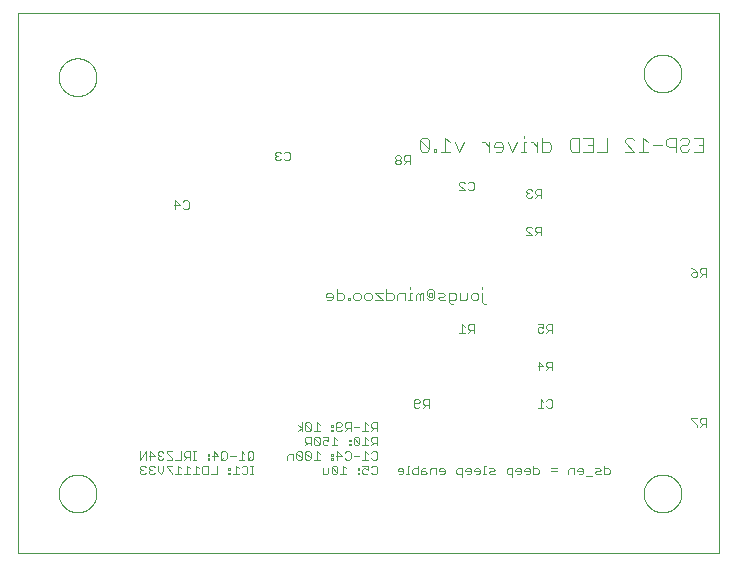
<source format=gbo>
G75*
%MOIN*%
%OFA0B0*%
%FSLAX25Y25*%
%IPPOS*%
%LPD*%
%AMOC8*
5,1,8,0,0,1.08239X$1,22.5*
%
%ADD10C,0.00000*%
%ADD11C,0.00300*%
%ADD12C,0.00400*%
D10*
X0009300Y0001800D02*
X0009300Y0181761D01*
X0009300Y0181800D02*
X0243050Y0181800D01*
X0243001Y0181761D02*
X0243001Y0001800D01*
X0009300Y0001800D01*
X0023001Y0021800D02*
X0023003Y0021958D01*
X0023009Y0022116D01*
X0023019Y0022274D01*
X0023033Y0022432D01*
X0023051Y0022589D01*
X0023072Y0022746D01*
X0023098Y0022902D01*
X0023128Y0023058D01*
X0023161Y0023213D01*
X0023199Y0023366D01*
X0023240Y0023519D01*
X0023285Y0023671D01*
X0023334Y0023822D01*
X0023387Y0023971D01*
X0023443Y0024119D01*
X0023503Y0024265D01*
X0023567Y0024410D01*
X0023635Y0024553D01*
X0023706Y0024695D01*
X0023780Y0024835D01*
X0023858Y0024972D01*
X0023940Y0025108D01*
X0024024Y0025242D01*
X0024113Y0025373D01*
X0024204Y0025502D01*
X0024299Y0025629D01*
X0024396Y0025754D01*
X0024497Y0025876D01*
X0024601Y0025995D01*
X0024708Y0026112D01*
X0024818Y0026226D01*
X0024931Y0026337D01*
X0025046Y0026446D01*
X0025164Y0026551D01*
X0025285Y0026653D01*
X0025408Y0026753D01*
X0025534Y0026849D01*
X0025662Y0026942D01*
X0025792Y0027032D01*
X0025925Y0027118D01*
X0026060Y0027202D01*
X0026196Y0027281D01*
X0026335Y0027358D01*
X0026476Y0027430D01*
X0026618Y0027500D01*
X0026762Y0027565D01*
X0026908Y0027627D01*
X0027055Y0027685D01*
X0027204Y0027740D01*
X0027354Y0027791D01*
X0027505Y0027838D01*
X0027657Y0027881D01*
X0027810Y0027920D01*
X0027965Y0027956D01*
X0028120Y0027987D01*
X0028276Y0028015D01*
X0028432Y0028039D01*
X0028589Y0028059D01*
X0028747Y0028075D01*
X0028904Y0028087D01*
X0029063Y0028095D01*
X0029221Y0028099D01*
X0029379Y0028099D01*
X0029537Y0028095D01*
X0029696Y0028087D01*
X0029853Y0028075D01*
X0030011Y0028059D01*
X0030168Y0028039D01*
X0030324Y0028015D01*
X0030480Y0027987D01*
X0030635Y0027956D01*
X0030790Y0027920D01*
X0030943Y0027881D01*
X0031095Y0027838D01*
X0031246Y0027791D01*
X0031396Y0027740D01*
X0031545Y0027685D01*
X0031692Y0027627D01*
X0031838Y0027565D01*
X0031982Y0027500D01*
X0032124Y0027430D01*
X0032265Y0027358D01*
X0032404Y0027281D01*
X0032540Y0027202D01*
X0032675Y0027118D01*
X0032808Y0027032D01*
X0032938Y0026942D01*
X0033066Y0026849D01*
X0033192Y0026753D01*
X0033315Y0026653D01*
X0033436Y0026551D01*
X0033554Y0026446D01*
X0033669Y0026337D01*
X0033782Y0026226D01*
X0033892Y0026112D01*
X0033999Y0025995D01*
X0034103Y0025876D01*
X0034204Y0025754D01*
X0034301Y0025629D01*
X0034396Y0025502D01*
X0034487Y0025373D01*
X0034576Y0025242D01*
X0034660Y0025108D01*
X0034742Y0024972D01*
X0034820Y0024835D01*
X0034894Y0024695D01*
X0034965Y0024553D01*
X0035033Y0024410D01*
X0035097Y0024265D01*
X0035157Y0024119D01*
X0035213Y0023971D01*
X0035266Y0023822D01*
X0035315Y0023671D01*
X0035360Y0023519D01*
X0035401Y0023366D01*
X0035439Y0023213D01*
X0035472Y0023058D01*
X0035502Y0022902D01*
X0035528Y0022746D01*
X0035549Y0022589D01*
X0035567Y0022432D01*
X0035581Y0022274D01*
X0035591Y0022116D01*
X0035597Y0021958D01*
X0035599Y0021800D01*
X0035597Y0021642D01*
X0035591Y0021484D01*
X0035581Y0021326D01*
X0035567Y0021168D01*
X0035549Y0021011D01*
X0035528Y0020854D01*
X0035502Y0020698D01*
X0035472Y0020542D01*
X0035439Y0020387D01*
X0035401Y0020234D01*
X0035360Y0020081D01*
X0035315Y0019929D01*
X0035266Y0019778D01*
X0035213Y0019629D01*
X0035157Y0019481D01*
X0035097Y0019335D01*
X0035033Y0019190D01*
X0034965Y0019047D01*
X0034894Y0018905D01*
X0034820Y0018765D01*
X0034742Y0018628D01*
X0034660Y0018492D01*
X0034576Y0018358D01*
X0034487Y0018227D01*
X0034396Y0018098D01*
X0034301Y0017971D01*
X0034204Y0017846D01*
X0034103Y0017724D01*
X0033999Y0017605D01*
X0033892Y0017488D01*
X0033782Y0017374D01*
X0033669Y0017263D01*
X0033554Y0017154D01*
X0033436Y0017049D01*
X0033315Y0016947D01*
X0033192Y0016847D01*
X0033066Y0016751D01*
X0032938Y0016658D01*
X0032808Y0016568D01*
X0032675Y0016482D01*
X0032540Y0016398D01*
X0032404Y0016319D01*
X0032265Y0016242D01*
X0032124Y0016170D01*
X0031982Y0016100D01*
X0031838Y0016035D01*
X0031692Y0015973D01*
X0031545Y0015915D01*
X0031396Y0015860D01*
X0031246Y0015809D01*
X0031095Y0015762D01*
X0030943Y0015719D01*
X0030790Y0015680D01*
X0030635Y0015644D01*
X0030480Y0015613D01*
X0030324Y0015585D01*
X0030168Y0015561D01*
X0030011Y0015541D01*
X0029853Y0015525D01*
X0029696Y0015513D01*
X0029537Y0015505D01*
X0029379Y0015501D01*
X0029221Y0015501D01*
X0029063Y0015505D01*
X0028904Y0015513D01*
X0028747Y0015525D01*
X0028589Y0015541D01*
X0028432Y0015561D01*
X0028276Y0015585D01*
X0028120Y0015613D01*
X0027965Y0015644D01*
X0027810Y0015680D01*
X0027657Y0015719D01*
X0027505Y0015762D01*
X0027354Y0015809D01*
X0027204Y0015860D01*
X0027055Y0015915D01*
X0026908Y0015973D01*
X0026762Y0016035D01*
X0026618Y0016100D01*
X0026476Y0016170D01*
X0026335Y0016242D01*
X0026196Y0016319D01*
X0026060Y0016398D01*
X0025925Y0016482D01*
X0025792Y0016568D01*
X0025662Y0016658D01*
X0025534Y0016751D01*
X0025408Y0016847D01*
X0025285Y0016947D01*
X0025164Y0017049D01*
X0025046Y0017154D01*
X0024931Y0017263D01*
X0024818Y0017374D01*
X0024708Y0017488D01*
X0024601Y0017605D01*
X0024497Y0017724D01*
X0024396Y0017846D01*
X0024299Y0017971D01*
X0024204Y0018098D01*
X0024113Y0018227D01*
X0024024Y0018358D01*
X0023940Y0018492D01*
X0023858Y0018628D01*
X0023780Y0018765D01*
X0023706Y0018905D01*
X0023635Y0019047D01*
X0023567Y0019190D01*
X0023503Y0019335D01*
X0023443Y0019481D01*
X0023387Y0019629D01*
X0023334Y0019778D01*
X0023285Y0019929D01*
X0023240Y0020081D01*
X0023199Y0020234D01*
X0023161Y0020387D01*
X0023128Y0020542D01*
X0023098Y0020698D01*
X0023072Y0020854D01*
X0023051Y0021011D01*
X0023033Y0021168D01*
X0023019Y0021326D01*
X0023009Y0021484D01*
X0023003Y0021642D01*
X0023001Y0021800D01*
X0023001Y0160550D02*
X0023003Y0160708D01*
X0023009Y0160866D01*
X0023019Y0161024D01*
X0023033Y0161182D01*
X0023051Y0161339D01*
X0023072Y0161496D01*
X0023098Y0161652D01*
X0023128Y0161808D01*
X0023161Y0161963D01*
X0023199Y0162116D01*
X0023240Y0162269D01*
X0023285Y0162421D01*
X0023334Y0162572D01*
X0023387Y0162721D01*
X0023443Y0162869D01*
X0023503Y0163015D01*
X0023567Y0163160D01*
X0023635Y0163303D01*
X0023706Y0163445D01*
X0023780Y0163585D01*
X0023858Y0163722D01*
X0023940Y0163858D01*
X0024024Y0163992D01*
X0024113Y0164123D01*
X0024204Y0164252D01*
X0024299Y0164379D01*
X0024396Y0164504D01*
X0024497Y0164626D01*
X0024601Y0164745D01*
X0024708Y0164862D01*
X0024818Y0164976D01*
X0024931Y0165087D01*
X0025046Y0165196D01*
X0025164Y0165301D01*
X0025285Y0165403D01*
X0025408Y0165503D01*
X0025534Y0165599D01*
X0025662Y0165692D01*
X0025792Y0165782D01*
X0025925Y0165868D01*
X0026060Y0165952D01*
X0026196Y0166031D01*
X0026335Y0166108D01*
X0026476Y0166180D01*
X0026618Y0166250D01*
X0026762Y0166315D01*
X0026908Y0166377D01*
X0027055Y0166435D01*
X0027204Y0166490D01*
X0027354Y0166541D01*
X0027505Y0166588D01*
X0027657Y0166631D01*
X0027810Y0166670D01*
X0027965Y0166706D01*
X0028120Y0166737D01*
X0028276Y0166765D01*
X0028432Y0166789D01*
X0028589Y0166809D01*
X0028747Y0166825D01*
X0028904Y0166837D01*
X0029063Y0166845D01*
X0029221Y0166849D01*
X0029379Y0166849D01*
X0029537Y0166845D01*
X0029696Y0166837D01*
X0029853Y0166825D01*
X0030011Y0166809D01*
X0030168Y0166789D01*
X0030324Y0166765D01*
X0030480Y0166737D01*
X0030635Y0166706D01*
X0030790Y0166670D01*
X0030943Y0166631D01*
X0031095Y0166588D01*
X0031246Y0166541D01*
X0031396Y0166490D01*
X0031545Y0166435D01*
X0031692Y0166377D01*
X0031838Y0166315D01*
X0031982Y0166250D01*
X0032124Y0166180D01*
X0032265Y0166108D01*
X0032404Y0166031D01*
X0032540Y0165952D01*
X0032675Y0165868D01*
X0032808Y0165782D01*
X0032938Y0165692D01*
X0033066Y0165599D01*
X0033192Y0165503D01*
X0033315Y0165403D01*
X0033436Y0165301D01*
X0033554Y0165196D01*
X0033669Y0165087D01*
X0033782Y0164976D01*
X0033892Y0164862D01*
X0033999Y0164745D01*
X0034103Y0164626D01*
X0034204Y0164504D01*
X0034301Y0164379D01*
X0034396Y0164252D01*
X0034487Y0164123D01*
X0034576Y0163992D01*
X0034660Y0163858D01*
X0034742Y0163722D01*
X0034820Y0163585D01*
X0034894Y0163445D01*
X0034965Y0163303D01*
X0035033Y0163160D01*
X0035097Y0163015D01*
X0035157Y0162869D01*
X0035213Y0162721D01*
X0035266Y0162572D01*
X0035315Y0162421D01*
X0035360Y0162269D01*
X0035401Y0162116D01*
X0035439Y0161963D01*
X0035472Y0161808D01*
X0035502Y0161652D01*
X0035528Y0161496D01*
X0035549Y0161339D01*
X0035567Y0161182D01*
X0035581Y0161024D01*
X0035591Y0160866D01*
X0035597Y0160708D01*
X0035599Y0160550D01*
X0035597Y0160392D01*
X0035591Y0160234D01*
X0035581Y0160076D01*
X0035567Y0159918D01*
X0035549Y0159761D01*
X0035528Y0159604D01*
X0035502Y0159448D01*
X0035472Y0159292D01*
X0035439Y0159137D01*
X0035401Y0158984D01*
X0035360Y0158831D01*
X0035315Y0158679D01*
X0035266Y0158528D01*
X0035213Y0158379D01*
X0035157Y0158231D01*
X0035097Y0158085D01*
X0035033Y0157940D01*
X0034965Y0157797D01*
X0034894Y0157655D01*
X0034820Y0157515D01*
X0034742Y0157378D01*
X0034660Y0157242D01*
X0034576Y0157108D01*
X0034487Y0156977D01*
X0034396Y0156848D01*
X0034301Y0156721D01*
X0034204Y0156596D01*
X0034103Y0156474D01*
X0033999Y0156355D01*
X0033892Y0156238D01*
X0033782Y0156124D01*
X0033669Y0156013D01*
X0033554Y0155904D01*
X0033436Y0155799D01*
X0033315Y0155697D01*
X0033192Y0155597D01*
X0033066Y0155501D01*
X0032938Y0155408D01*
X0032808Y0155318D01*
X0032675Y0155232D01*
X0032540Y0155148D01*
X0032404Y0155069D01*
X0032265Y0154992D01*
X0032124Y0154920D01*
X0031982Y0154850D01*
X0031838Y0154785D01*
X0031692Y0154723D01*
X0031545Y0154665D01*
X0031396Y0154610D01*
X0031246Y0154559D01*
X0031095Y0154512D01*
X0030943Y0154469D01*
X0030790Y0154430D01*
X0030635Y0154394D01*
X0030480Y0154363D01*
X0030324Y0154335D01*
X0030168Y0154311D01*
X0030011Y0154291D01*
X0029853Y0154275D01*
X0029696Y0154263D01*
X0029537Y0154255D01*
X0029379Y0154251D01*
X0029221Y0154251D01*
X0029063Y0154255D01*
X0028904Y0154263D01*
X0028747Y0154275D01*
X0028589Y0154291D01*
X0028432Y0154311D01*
X0028276Y0154335D01*
X0028120Y0154363D01*
X0027965Y0154394D01*
X0027810Y0154430D01*
X0027657Y0154469D01*
X0027505Y0154512D01*
X0027354Y0154559D01*
X0027204Y0154610D01*
X0027055Y0154665D01*
X0026908Y0154723D01*
X0026762Y0154785D01*
X0026618Y0154850D01*
X0026476Y0154920D01*
X0026335Y0154992D01*
X0026196Y0155069D01*
X0026060Y0155148D01*
X0025925Y0155232D01*
X0025792Y0155318D01*
X0025662Y0155408D01*
X0025534Y0155501D01*
X0025408Y0155597D01*
X0025285Y0155697D01*
X0025164Y0155799D01*
X0025046Y0155904D01*
X0024931Y0156013D01*
X0024818Y0156124D01*
X0024708Y0156238D01*
X0024601Y0156355D01*
X0024497Y0156474D01*
X0024396Y0156596D01*
X0024299Y0156721D01*
X0024204Y0156848D01*
X0024113Y0156977D01*
X0024024Y0157108D01*
X0023940Y0157242D01*
X0023858Y0157378D01*
X0023780Y0157515D01*
X0023706Y0157655D01*
X0023635Y0157797D01*
X0023567Y0157940D01*
X0023503Y0158085D01*
X0023443Y0158231D01*
X0023387Y0158379D01*
X0023334Y0158528D01*
X0023285Y0158679D01*
X0023240Y0158831D01*
X0023199Y0158984D01*
X0023161Y0159137D01*
X0023128Y0159292D01*
X0023098Y0159448D01*
X0023072Y0159604D01*
X0023051Y0159761D01*
X0023033Y0159918D01*
X0023019Y0160076D01*
X0023009Y0160234D01*
X0023003Y0160392D01*
X0023001Y0160550D01*
X0218001Y0161800D02*
X0218003Y0161958D01*
X0218009Y0162116D01*
X0218019Y0162274D01*
X0218033Y0162432D01*
X0218051Y0162589D01*
X0218072Y0162746D01*
X0218098Y0162902D01*
X0218128Y0163058D01*
X0218161Y0163213D01*
X0218199Y0163366D01*
X0218240Y0163519D01*
X0218285Y0163671D01*
X0218334Y0163822D01*
X0218387Y0163971D01*
X0218443Y0164119D01*
X0218503Y0164265D01*
X0218567Y0164410D01*
X0218635Y0164553D01*
X0218706Y0164695D01*
X0218780Y0164835D01*
X0218858Y0164972D01*
X0218940Y0165108D01*
X0219024Y0165242D01*
X0219113Y0165373D01*
X0219204Y0165502D01*
X0219299Y0165629D01*
X0219396Y0165754D01*
X0219497Y0165876D01*
X0219601Y0165995D01*
X0219708Y0166112D01*
X0219818Y0166226D01*
X0219931Y0166337D01*
X0220046Y0166446D01*
X0220164Y0166551D01*
X0220285Y0166653D01*
X0220408Y0166753D01*
X0220534Y0166849D01*
X0220662Y0166942D01*
X0220792Y0167032D01*
X0220925Y0167118D01*
X0221060Y0167202D01*
X0221196Y0167281D01*
X0221335Y0167358D01*
X0221476Y0167430D01*
X0221618Y0167500D01*
X0221762Y0167565D01*
X0221908Y0167627D01*
X0222055Y0167685D01*
X0222204Y0167740D01*
X0222354Y0167791D01*
X0222505Y0167838D01*
X0222657Y0167881D01*
X0222810Y0167920D01*
X0222965Y0167956D01*
X0223120Y0167987D01*
X0223276Y0168015D01*
X0223432Y0168039D01*
X0223589Y0168059D01*
X0223747Y0168075D01*
X0223904Y0168087D01*
X0224063Y0168095D01*
X0224221Y0168099D01*
X0224379Y0168099D01*
X0224537Y0168095D01*
X0224696Y0168087D01*
X0224853Y0168075D01*
X0225011Y0168059D01*
X0225168Y0168039D01*
X0225324Y0168015D01*
X0225480Y0167987D01*
X0225635Y0167956D01*
X0225790Y0167920D01*
X0225943Y0167881D01*
X0226095Y0167838D01*
X0226246Y0167791D01*
X0226396Y0167740D01*
X0226545Y0167685D01*
X0226692Y0167627D01*
X0226838Y0167565D01*
X0226982Y0167500D01*
X0227124Y0167430D01*
X0227265Y0167358D01*
X0227404Y0167281D01*
X0227540Y0167202D01*
X0227675Y0167118D01*
X0227808Y0167032D01*
X0227938Y0166942D01*
X0228066Y0166849D01*
X0228192Y0166753D01*
X0228315Y0166653D01*
X0228436Y0166551D01*
X0228554Y0166446D01*
X0228669Y0166337D01*
X0228782Y0166226D01*
X0228892Y0166112D01*
X0228999Y0165995D01*
X0229103Y0165876D01*
X0229204Y0165754D01*
X0229301Y0165629D01*
X0229396Y0165502D01*
X0229487Y0165373D01*
X0229576Y0165242D01*
X0229660Y0165108D01*
X0229742Y0164972D01*
X0229820Y0164835D01*
X0229894Y0164695D01*
X0229965Y0164553D01*
X0230033Y0164410D01*
X0230097Y0164265D01*
X0230157Y0164119D01*
X0230213Y0163971D01*
X0230266Y0163822D01*
X0230315Y0163671D01*
X0230360Y0163519D01*
X0230401Y0163366D01*
X0230439Y0163213D01*
X0230472Y0163058D01*
X0230502Y0162902D01*
X0230528Y0162746D01*
X0230549Y0162589D01*
X0230567Y0162432D01*
X0230581Y0162274D01*
X0230591Y0162116D01*
X0230597Y0161958D01*
X0230599Y0161800D01*
X0230597Y0161642D01*
X0230591Y0161484D01*
X0230581Y0161326D01*
X0230567Y0161168D01*
X0230549Y0161011D01*
X0230528Y0160854D01*
X0230502Y0160698D01*
X0230472Y0160542D01*
X0230439Y0160387D01*
X0230401Y0160234D01*
X0230360Y0160081D01*
X0230315Y0159929D01*
X0230266Y0159778D01*
X0230213Y0159629D01*
X0230157Y0159481D01*
X0230097Y0159335D01*
X0230033Y0159190D01*
X0229965Y0159047D01*
X0229894Y0158905D01*
X0229820Y0158765D01*
X0229742Y0158628D01*
X0229660Y0158492D01*
X0229576Y0158358D01*
X0229487Y0158227D01*
X0229396Y0158098D01*
X0229301Y0157971D01*
X0229204Y0157846D01*
X0229103Y0157724D01*
X0228999Y0157605D01*
X0228892Y0157488D01*
X0228782Y0157374D01*
X0228669Y0157263D01*
X0228554Y0157154D01*
X0228436Y0157049D01*
X0228315Y0156947D01*
X0228192Y0156847D01*
X0228066Y0156751D01*
X0227938Y0156658D01*
X0227808Y0156568D01*
X0227675Y0156482D01*
X0227540Y0156398D01*
X0227404Y0156319D01*
X0227265Y0156242D01*
X0227124Y0156170D01*
X0226982Y0156100D01*
X0226838Y0156035D01*
X0226692Y0155973D01*
X0226545Y0155915D01*
X0226396Y0155860D01*
X0226246Y0155809D01*
X0226095Y0155762D01*
X0225943Y0155719D01*
X0225790Y0155680D01*
X0225635Y0155644D01*
X0225480Y0155613D01*
X0225324Y0155585D01*
X0225168Y0155561D01*
X0225011Y0155541D01*
X0224853Y0155525D01*
X0224696Y0155513D01*
X0224537Y0155505D01*
X0224379Y0155501D01*
X0224221Y0155501D01*
X0224063Y0155505D01*
X0223904Y0155513D01*
X0223747Y0155525D01*
X0223589Y0155541D01*
X0223432Y0155561D01*
X0223276Y0155585D01*
X0223120Y0155613D01*
X0222965Y0155644D01*
X0222810Y0155680D01*
X0222657Y0155719D01*
X0222505Y0155762D01*
X0222354Y0155809D01*
X0222204Y0155860D01*
X0222055Y0155915D01*
X0221908Y0155973D01*
X0221762Y0156035D01*
X0221618Y0156100D01*
X0221476Y0156170D01*
X0221335Y0156242D01*
X0221196Y0156319D01*
X0221060Y0156398D01*
X0220925Y0156482D01*
X0220792Y0156568D01*
X0220662Y0156658D01*
X0220534Y0156751D01*
X0220408Y0156847D01*
X0220285Y0156947D01*
X0220164Y0157049D01*
X0220046Y0157154D01*
X0219931Y0157263D01*
X0219818Y0157374D01*
X0219708Y0157488D01*
X0219601Y0157605D01*
X0219497Y0157724D01*
X0219396Y0157846D01*
X0219299Y0157971D01*
X0219204Y0158098D01*
X0219113Y0158227D01*
X0219024Y0158358D01*
X0218940Y0158492D01*
X0218858Y0158628D01*
X0218780Y0158765D01*
X0218706Y0158905D01*
X0218635Y0159047D01*
X0218567Y0159190D01*
X0218503Y0159335D01*
X0218443Y0159481D01*
X0218387Y0159629D01*
X0218334Y0159778D01*
X0218285Y0159929D01*
X0218240Y0160081D01*
X0218199Y0160234D01*
X0218161Y0160387D01*
X0218128Y0160542D01*
X0218098Y0160698D01*
X0218072Y0160854D01*
X0218051Y0161011D01*
X0218033Y0161168D01*
X0218019Y0161326D01*
X0218009Y0161484D01*
X0218003Y0161642D01*
X0218001Y0161800D01*
X0218001Y0021800D02*
X0218003Y0021958D01*
X0218009Y0022116D01*
X0218019Y0022274D01*
X0218033Y0022432D01*
X0218051Y0022589D01*
X0218072Y0022746D01*
X0218098Y0022902D01*
X0218128Y0023058D01*
X0218161Y0023213D01*
X0218199Y0023366D01*
X0218240Y0023519D01*
X0218285Y0023671D01*
X0218334Y0023822D01*
X0218387Y0023971D01*
X0218443Y0024119D01*
X0218503Y0024265D01*
X0218567Y0024410D01*
X0218635Y0024553D01*
X0218706Y0024695D01*
X0218780Y0024835D01*
X0218858Y0024972D01*
X0218940Y0025108D01*
X0219024Y0025242D01*
X0219113Y0025373D01*
X0219204Y0025502D01*
X0219299Y0025629D01*
X0219396Y0025754D01*
X0219497Y0025876D01*
X0219601Y0025995D01*
X0219708Y0026112D01*
X0219818Y0026226D01*
X0219931Y0026337D01*
X0220046Y0026446D01*
X0220164Y0026551D01*
X0220285Y0026653D01*
X0220408Y0026753D01*
X0220534Y0026849D01*
X0220662Y0026942D01*
X0220792Y0027032D01*
X0220925Y0027118D01*
X0221060Y0027202D01*
X0221196Y0027281D01*
X0221335Y0027358D01*
X0221476Y0027430D01*
X0221618Y0027500D01*
X0221762Y0027565D01*
X0221908Y0027627D01*
X0222055Y0027685D01*
X0222204Y0027740D01*
X0222354Y0027791D01*
X0222505Y0027838D01*
X0222657Y0027881D01*
X0222810Y0027920D01*
X0222965Y0027956D01*
X0223120Y0027987D01*
X0223276Y0028015D01*
X0223432Y0028039D01*
X0223589Y0028059D01*
X0223747Y0028075D01*
X0223904Y0028087D01*
X0224063Y0028095D01*
X0224221Y0028099D01*
X0224379Y0028099D01*
X0224537Y0028095D01*
X0224696Y0028087D01*
X0224853Y0028075D01*
X0225011Y0028059D01*
X0225168Y0028039D01*
X0225324Y0028015D01*
X0225480Y0027987D01*
X0225635Y0027956D01*
X0225790Y0027920D01*
X0225943Y0027881D01*
X0226095Y0027838D01*
X0226246Y0027791D01*
X0226396Y0027740D01*
X0226545Y0027685D01*
X0226692Y0027627D01*
X0226838Y0027565D01*
X0226982Y0027500D01*
X0227124Y0027430D01*
X0227265Y0027358D01*
X0227404Y0027281D01*
X0227540Y0027202D01*
X0227675Y0027118D01*
X0227808Y0027032D01*
X0227938Y0026942D01*
X0228066Y0026849D01*
X0228192Y0026753D01*
X0228315Y0026653D01*
X0228436Y0026551D01*
X0228554Y0026446D01*
X0228669Y0026337D01*
X0228782Y0026226D01*
X0228892Y0026112D01*
X0228999Y0025995D01*
X0229103Y0025876D01*
X0229204Y0025754D01*
X0229301Y0025629D01*
X0229396Y0025502D01*
X0229487Y0025373D01*
X0229576Y0025242D01*
X0229660Y0025108D01*
X0229742Y0024972D01*
X0229820Y0024835D01*
X0229894Y0024695D01*
X0229965Y0024553D01*
X0230033Y0024410D01*
X0230097Y0024265D01*
X0230157Y0024119D01*
X0230213Y0023971D01*
X0230266Y0023822D01*
X0230315Y0023671D01*
X0230360Y0023519D01*
X0230401Y0023366D01*
X0230439Y0023213D01*
X0230472Y0023058D01*
X0230502Y0022902D01*
X0230528Y0022746D01*
X0230549Y0022589D01*
X0230567Y0022432D01*
X0230581Y0022274D01*
X0230591Y0022116D01*
X0230597Y0021958D01*
X0230599Y0021800D01*
X0230597Y0021642D01*
X0230591Y0021484D01*
X0230581Y0021326D01*
X0230567Y0021168D01*
X0230549Y0021011D01*
X0230528Y0020854D01*
X0230502Y0020698D01*
X0230472Y0020542D01*
X0230439Y0020387D01*
X0230401Y0020234D01*
X0230360Y0020081D01*
X0230315Y0019929D01*
X0230266Y0019778D01*
X0230213Y0019629D01*
X0230157Y0019481D01*
X0230097Y0019335D01*
X0230033Y0019190D01*
X0229965Y0019047D01*
X0229894Y0018905D01*
X0229820Y0018765D01*
X0229742Y0018628D01*
X0229660Y0018492D01*
X0229576Y0018358D01*
X0229487Y0018227D01*
X0229396Y0018098D01*
X0229301Y0017971D01*
X0229204Y0017846D01*
X0229103Y0017724D01*
X0228999Y0017605D01*
X0228892Y0017488D01*
X0228782Y0017374D01*
X0228669Y0017263D01*
X0228554Y0017154D01*
X0228436Y0017049D01*
X0228315Y0016947D01*
X0228192Y0016847D01*
X0228066Y0016751D01*
X0227938Y0016658D01*
X0227808Y0016568D01*
X0227675Y0016482D01*
X0227540Y0016398D01*
X0227404Y0016319D01*
X0227265Y0016242D01*
X0227124Y0016170D01*
X0226982Y0016100D01*
X0226838Y0016035D01*
X0226692Y0015973D01*
X0226545Y0015915D01*
X0226396Y0015860D01*
X0226246Y0015809D01*
X0226095Y0015762D01*
X0225943Y0015719D01*
X0225790Y0015680D01*
X0225635Y0015644D01*
X0225480Y0015613D01*
X0225324Y0015585D01*
X0225168Y0015561D01*
X0225011Y0015541D01*
X0224853Y0015525D01*
X0224696Y0015513D01*
X0224537Y0015505D01*
X0224379Y0015501D01*
X0224221Y0015501D01*
X0224063Y0015505D01*
X0223904Y0015513D01*
X0223747Y0015525D01*
X0223589Y0015541D01*
X0223432Y0015561D01*
X0223276Y0015585D01*
X0223120Y0015613D01*
X0222965Y0015644D01*
X0222810Y0015680D01*
X0222657Y0015719D01*
X0222505Y0015762D01*
X0222354Y0015809D01*
X0222204Y0015860D01*
X0222055Y0015915D01*
X0221908Y0015973D01*
X0221762Y0016035D01*
X0221618Y0016100D01*
X0221476Y0016170D01*
X0221335Y0016242D01*
X0221196Y0016319D01*
X0221060Y0016398D01*
X0220925Y0016482D01*
X0220792Y0016568D01*
X0220662Y0016658D01*
X0220534Y0016751D01*
X0220408Y0016847D01*
X0220285Y0016947D01*
X0220164Y0017049D01*
X0220046Y0017154D01*
X0219931Y0017263D01*
X0219818Y0017374D01*
X0219708Y0017488D01*
X0219601Y0017605D01*
X0219497Y0017724D01*
X0219396Y0017846D01*
X0219299Y0017971D01*
X0219204Y0018098D01*
X0219113Y0018227D01*
X0219024Y0018358D01*
X0218940Y0018492D01*
X0218858Y0018628D01*
X0218780Y0018765D01*
X0218706Y0018905D01*
X0218635Y0019047D01*
X0218567Y0019190D01*
X0218503Y0019335D01*
X0218443Y0019481D01*
X0218387Y0019629D01*
X0218334Y0019778D01*
X0218285Y0019929D01*
X0218240Y0020081D01*
X0218199Y0020234D01*
X0218161Y0020387D01*
X0218128Y0020542D01*
X0218098Y0020698D01*
X0218072Y0020854D01*
X0218051Y0021011D01*
X0218033Y0021168D01*
X0218019Y0021326D01*
X0218009Y0021484D01*
X0218003Y0021642D01*
X0218001Y0021800D01*
D11*
X0206650Y0028684D02*
X0206166Y0028200D01*
X0204715Y0028200D01*
X0204715Y0031102D01*
X0204715Y0030135D02*
X0206166Y0030135D01*
X0206650Y0029651D01*
X0206650Y0028684D01*
X0203703Y0028200D02*
X0202252Y0028200D01*
X0201769Y0028684D01*
X0202252Y0029167D01*
X0203220Y0029167D01*
X0203703Y0029651D01*
X0203220Y0030135D01*
X0201769Y0030135D01*
X0200757Y0027716D02*
X0198822Y0027716D01*
X0197810Y0028684D02*
X0197327Y0028200D01*
X0196359Y0028200D01*
X0195875Y0029167D02*
X0197810Y0029167D01*
X0197810Y0028684D02*
X0197810Y0029651D01*
X0197327Y0030135D01*
X0196359Y0030135D01*
X0195875Y0029651D01*
X0195875Y0029167D01*
X0194864Y0028200D02*
X0194864Y0030135D01*
X0193413Y0030135D01*
X0192929Y0029651D01*
X0192929Y0028200D01*
X0188971Y0029167D02*
X0187036Y0029167D01*
X0187036Y0030135D02*
X0188971Y0030135D01*
X0183078Y0029651D02*
X0182594Y0030135D01*
X0181143Y0030135D01*
X0181143Y0031102D02*
X0181143Y0028200D01*
X0182594Y0028200D01*
X0183078Y0028684D01*
X0183078Y0029651D01*
X0180131Y0029651D02*
X0179648Y0030135D01*
X0178680Y0030135D01*
X0178196Y0029651D01*
X0178196Y0029167D01*
X0180131Y0029167D01*
X0180131Y0028684D02*
X0180131Y0029651D01*
X0180131Y0028684D02*
X0179648Y0028200D01*
X0178680Y0028200D01*
X0177185Y0028684D02*
X0177185Y0029651D01*
X0176701Y0030135D01*
X0175734Y0030135D01*
X0175250Y0029651D01*
X0175250Y0029167D01*
X0177185Y0029167D01*
X0177185Y0028684D02*
X0176701Y0028200D01*
X0175734Y0028200D01*
X0174238Y0028200D02*
X0172787Y0028200D01*
X0172303Y0028684D01*
X0172303Y0029651D01*
X0172787Y0030135D01*
X0174238Y0030135D01*
X0174238Y0027233D01*
X0168345Y0028200D02*
X0166894Y0028200D01*
X0166410Y0028684D01*
X0166894Y0029167D01*
X0167862Y0029167D01*
X0168345Y0029651D01*
X0167862Y0030135D01*
X0166410Y0030135D01*
X0165399Y0031102D02*
X0164915Y0031102D01*
X0164915Y0028200D01*
X0165399Y0028200D02*
X0164431Y0028200D01*
X0163434Y0028684D02*
X0162951Y0028200D01*
X0161983Y0028200D01*
X0161499Y0029167D02*
X0163434Y0029167D01*
X0163434Y0028684D02*
X0163434Y0029651D01*
X0162951Y0030135D01*
X0161983Y0030135D01*
X0161499Y0029651D01*
X0161499Y0029167D01*
X0160488Y0029167D02*
X0158553Y0029167D01*
X0158553Y0029651D01*
X0159037Y0030135D01*
X0160004Y0030135D01*
X0160488Y0029651D01*
X0160488Y0028684D01*
X0160004Y0028200D01*
X0159037Y0028200D01*
X0157541Y0028200D02*
X0156090Y0028200D01*
X0155606Y0028684D01*
X0155606Y0029651D01*
X0156090Y0030135D01*
X0157541Y0030135D01*
X0157541Y0027233D01*
X0151648Y0028684D02*
X0151165Y0028200D01*
X0150197Y0028200D01*
X0149713Y0029167D02*
X0151648Y0029167D01*
X0151648Y0028684D02*
X0151648Y0029651D01*
X0151165Y0030135D01*
X0150197Y0030135D01*
X0149713Y0029651D01*
X0149713Y0029167D01*
X0148702Y0028200D02*
X0148702Y0030135D01*
X0147251Y0030135D01*
X0146767Y0029651D01*
X0146767Y0028200D01*
X0145755Y0028684D02*
X0145272Y0028200D01*
X0143820Y0028200D01*
X0143820Y0029651D01*
X0144304Y0030135D01*
X0145272Y0030135D01*
X0145272Y0029167D02*
X0143820Y0029167D01*
X0142809Y0028200D02*
X0141358Y0028200D01*
X0140874Y0028684D01*
X0140874Y0029651D01*
X0141358Y0030135D01*
X0142809Y0030135D01*
X0142809Y0031102D02*
X0142809Y0028200D01*
X0145272Y0029167D02*
X0145755Y0028684D01*
X0139862Y0028200D02*
X0138895Y0028200D01*
X0139379Y0028200D02*
X0139379Y0031102D01*
X0139862Y0031102D01*
X0137898Y0029651D02*
X0137414Y0030135D01*
X0136447Y0030135D01*
X0135963Y0029651D01*
X0135963Y0029167D01*
X0137898Y0029167D01*
X0137898Y0028684D02*
X0137898Y0029651D01*
X0137898Y0028684D02*
X0137414Y0028200D01*
X0136447Y0028200D01*
X0129150Y0028684D02*
X0128666Y0028200D01*
X0127699Y0028200D01*
X0127215Y0028684D01*
X0126203Y0028684D02*
X0125720Y0028200D01*
X0124752Y0028200D01*
X0124269Y0028684D01*
X0124269Y0029651D01*
X0124752Y0030135D01*
X0125236Y0030135D01*
X0126203Y0029651D01*
X0126203Y0031102D01*
X0124269Y0031102D01*
X0123257Y0030135D02*
X0122773Y0030135D01*
X0122773Y0029651D01*
X0123257Y0029651D01*
X0123257Y0030135D01*
X0123257Y0028684D02*
X0123257Y0028200D01*
X0122773Y0028200D01*
X0122773Y0028684D01*
X0123257Y0028684D01*
X0127215Y0030619D02*
X0127699Y0031102D01*
X0128666Y0031102D01*
X0129150Y0030619D01*
X0129150Y0028684D01*
X0128666Y0033000D02*
X0127699Y0033000D01*
X0127215Y0033484D01*
X0126203Y0033000D02*
X0124269Y0033000D01*
X0125236Y0033000D02*
X0125236Y0035902D01*
X0126203Y0034935D01*
X0127215Y0035419D02*
X0127699Y0035902D01*
X0128666Y0035902D01*
X0129150Y0035419D01*
X0129150Y0033484D01*
X0128666Y0033000D01*
X0123257Y0034451D02*
X0121322Y0034451D01*
X0120310Y0033484D02*
X0119827Y0033000D01*
X0118859Y0033000D01*
X0118375Y0033484D01*
X0117364Y0034451D02*
X0115429Y0034451D01*
X0114417Y0034451D02*
X0114417Y0034935D01*
X0113934Y0034935D01*
X0113934Y0034451D01*
X0114417Y0034451D01*
X0114417Y0033484D02*
X0114417Y0033000D01*
X0113934Y0033000D01*
X0113934Y0033484D01*
X0114417Y0033484D01*
X0115913Y0033000D02*
X0115913Y0035902D01*
X0117364Y0034451D01*
X0118375Y0035419D02*
X0118859Y0035902D01*
X0119827Y0035902D01*
X0120310Y0035419D01*
X0120310Y0033484D01*
X0117870Y0031102D02*
X0117870Y0028200D01*
X0118837Y0028200D02*
X0116902Y0028200D01*
X0115891Y0028684D02*
X0113956Y0030619D01*
X0113956Y0028684D01*
X0114439Y0028200D01*
X0115407Y0028200D01*
X0115891Y0028684D01*
X0115891Y0030619D01*
X0115407Y0031102D01*
X0114439Y0031102D01*
X0113956Y0030619D01*
X0112944Y0030135D02*
X0112944Y0028684D01*
X0112460Y0028200D01*
X0111009Y0028200D01*
X0111009Y0030135D01*
X0109998Y0033000D02*
X0108063Y0033000D01*
X0109030Y0033000D02*
X0109030Y0035902D01*
X0109998Y0034935D01*
X0107051Y0035419D02*
X0107051Y0033484D01*
X0105116Y0035419D01*
X0105116Y0033484D01*
X0105600Y0033000D01*
X0106567Y0033000D01*
X0107051Y0033484D01*
X0107051Y0035419D02*
X0106567Y0035902D01*
X0105600Y0035902D01*
X0105116Y0035419D01*
X0104105Y0035419D02*
X0103621Y0035902D01*
X0102653Y0035902D01*
X0102170Y0035419D01*
X0104105Y0033484D01*
X0103621Y0033000D01*
X0102653Y0033000D01*
X0102170Y0033484D01*
X0102170Y0035419D01*
X0101158Y0034935D02*
X0099707Y0034935D01*
X0099223Y0034451D01*
X0099223Y0033000D01*
X0101158Y0033000D02*
X0101158Y0034935D01*
X0104105Y0035419D02*
X0104105Y0033484D01*
X0105116Y0037800D02*
X0106084Y0038767D01*
X0105600Y0038767D02*
X0107051Y0038767D01*
X0107051Y0037800D02*
X0107051Y0040702D01*
X0105600Y0040702D01*
X0105116Y0040219D01*
X0105116Y0039251D01*
X0105600Y0038767D01*
X0108063Y0038284D02*
X0108063Y0040219D01*
X0109998Y0038284D01*
X0109514Y0037800D01*
X0108546Y0037800D01*
X0108063Y0038284D01*
X0109998Y0038284D02*
X0109998Y0040219D01*
X0109514Y0040702D01*
X0108546Y0040702D01*
X0108063Y0040219D01*
X0108063Y0042600D02*
X0109998Y0042600D01*
X0109030Y0042600D02*
X0109030Y0045502D01*
X0109998Y0044535D01*
X0107051Y0045019D02*
X0107051Y0043084D01*
X0105116Y0045019D01*
X0105116Y0043084D01*
X0105600Y0042600D01*
X0106567Y0042600D01*
X0107051Y0043084D01*
X0107051Y0045019D02*
X0106567Y0045502D01*
X0105600Y0045502D01*
X0105116Y0045019D01*
X0104105Y0045502D02*
X0104105Y0042600D01*
X0104105Y0043567D02*
X0102653Y0044535D01*
X0104105Y0043567D02*
X0102653Y0042600D01*
X0111009Y0040702D02*
X0112944Y0040702D01*
X0112944Y0039251D01*
X0111977Y0039735D01*
X0111493Y0039735D01*
X0111009Y0039251D01*
X0111009Y0038284D01*
X0111493Y0037800D01*
X0112460Y0037800D01*
X0112944Y0038284D01*
X0113956Y0037800D02*
X0115891Y0037800D01*
X0114923Y0037800D02*
X0114923Y0040702D01*
X0115891Y0039735D01*
X0115913Y0042600D02*
X0115429Y0043084D01*
X0115429Y0045019D01*
X0115913Y0045502D01*
X0116880Y0045502D01*
X0117364Y0045019D01*
X0117364Y0044535D01*
X0116880Y0044051D01*
X0115429Y0044051D01*
X0114417Y0044051D02*
X0114417Y0044535D01*
X0113934Y0044535D01*
X0113934Y0044051D01*
X0114417Y0044051D01*
X0114417Y0043084D02*
X0114417Y0042600D01*
X0113934Y0042600D01*
X0113934Y0043084D01*
X0114417Y0043084D01*
X0115913Y0042600D02*
X0116880Y0042600D01*
X0117364Y0043084D01*
X0118375Y0042600D02*
X0119343Y0043567D01*
X0118859Y0043567D02*
X0120310Y0043567D01*
X0120310Y0042600D02*
X0120310Y0045502D01*
X0118859Y0045502D01*
X0118375Y0045019D01*
X0118375Y0044051D01*
X0118859Y0043567D01*
X0121322Y0044051D02*
X0123257Y0044051D01*
X0124269Y0042600D02*
X0126203Y0042600D01*
X0125236Y0042600D02*
X0125236Y0045502D01*
X0126203Y0044535D01*
X0127215Y0045019D02*
X0127215Y0044051D01*
X0127699Y0043567D01*
X0129150Y0043567D01*
X0129150Y0042600D02*
X0129150Y0045502D01*
X0127699Y0045502D01*
X0127215Y0045019D01*
X0128183Y0043567D02*
X0127215Y0042600D01*
X0127699Y0040702D02*
X0127215Y0040219D01*
X0127215Y0039251D01*
X0127699Y0038767D01*
X0129150Y0038767D01*
X0129150Y0037800D02*
X0129150Y0040702D01*
X0127699Y0040702D01*
X0126203Y0039735D02*
X0125236Y0040702D01*
X0125236Y0037800D01*
X0126203Y0037800D02*
X0124269Y0037800D01*
X0123257Y0038284D02*
X0121322Y0040219D01*
X0121322Y0038284D01*
X0121806Y0037800D01*
X0122773Y0037800D01*
X0123257Y0038284D01*
X0123257Y0040219D01*
X0122773Y0040702D01*
X0121806Y0040702D01*
X0121322Y0040219D01*
X0120310Y0039735D02*
X0120310Y0039251D01*
X0119827Y0039251D01*
X0119827Y0039735D01*
X0120310Y0039735D01*
X0120310Y0038284D02*
X0120310Y0037800D01*
X0119827Y0037800D01*
X0119827Y0038284D01*
X0120310Y0038284D01*
X0127215Y0037800D02*
X0128183Y0038767D01*
X0118837Y0030135D02*
X0117870Y0031102D01*
X0141412Y0050834D02*
X0141412Y0052769D01*
X0141895Y0053252D01*
X0142863Y0053252D01*
X0143347Y0052769D01*
X0143347Y0052285D01*
X0142863Y0051801D01*
X0141412Y0051801D01*
X0141412Y0050834D02*
X0141895Y0050350D01*
X0142863Y0050350D01*
X0143347Y0050834D01*
X0144358Y0050350D02*
X0145326Y0051317D01*
X0144842Y0051317D02*
X0146293Y0051317D01*
X0146293Y0050350D02*
X0146293Y0053252D01*
X0144842Y0053252D01*
X0144358Y0052769D01*
X0144358Y0051801D01*
X0144842Y0051317D01*
X0156412Y0075350D02*
X0158347Y0075350D01*
X0157379Y0075350D02*
X0157379Y0078252D01*
X0158347Y0077285D01*
X0159358Y0077769D02*
X0159358Y0076801D01*
X0159842Y0076317D01*
X0161293Y0076317D01*
X0161293Y0075350D02*
X0161293Y0078252D01*
X0159842Y0078252D01*
X0159358Y0077769D01*
X0160326Y0076317D02*
X0159358Y0075350D01*
X0154344Y0084966D02*
X0153727Y0084966D01*
X0153110Y0085583D01*
X0153110Y0088669D01*
X0154961Y0088669D01*
X0155578Y0088052D01*
X0155578Y0086817D01*
X0154961Y0086200D01*
X0153110Y0086200D01*
X0151895Y0086200D02*
X0150044Y0086200D01*
X0149426Y0086817D01*
X0150044Y0087434D01*
X0151278Y0087434D01*
X0151895Y0088052D01*
X0151278Y0088669D01*
X0149426Y0088669D01*
X0148212Y0089286D02*
X0147595Y0089903D01*
X0146360Y0089903D01*
X0145743Y0089286D01*
X0145743Y0088052D01*
X0146360Y0087434D01*
X0146360Y0088669D01*
X0147595Y0088669D01*
X0147595Y0087434D01*
X0146360Y0087434D01*
X0145743Y0086817D02*
X0146360Y0086200D01*
X0147595Y0086200D01*
X0148212Y0086817D01*
X0148212Y0089286D01*
X0144529Y0088669D02*
X0144529Y0086200D01*
X0143294Y0086200D02*
X0143294Y0088052D01*
X0142677Y0088669D01*
X0142060Y0088052D01*
X0142060Y0086200D01*
X0140846Y0086200D02*
X0139611Y0086200D01*
X0140229Y0086200D02*
X0140229Y0088669D01*
X0140846Y0088669D01*
X0140229Y0089903D02*
X0140229Y0090520D01*
X0138390Y0088669D02*
X0136539Y0088669D01*
X0135922Y0088052D01*
X0135922Y0086200D01*
X0134707Y0086817D02*
X0134707Y0088052D01*
X0134090Y0088669D01*
X0132238Y0088669D01*
X0131024Y0088669D02*
X0128555Y0088669D01*
X0131024Y0086200D01*
X0128555Y0086200D01*
X0127341Y0086817D02*
X0126724Y0086200D01*
X0125489Y0086200D01*
X0124872Y0086817D01*
X0124872Y0088052D01*
X0125489Y0088669D01*
X0126724Y0088669D01*
X0127341Y0088052D01*
X0127341Y0086817D01*
X0123658Y0086817D02*
X0123041Y0086200D01*
X0121806Y0086200D01*
X0121189Y0086817D01*
X0121189Y0088052D01*
X0121806Y0088669D01*
X0123041Y0088669D01*
X0123658Y0088052D01*
X0123658Y0086817D01*
X0119975Y0086817D02*
X0119975Y0086200D01*
X0119357Y0086200D01*
X0119357Y0086817D01*
X0119975Y0086817D01*
X0118133Y0086817D02*
X0118133Y0088052D01*
X0117516Y0088669D01*
X0115664Y0088669D01*
X0115664Y0089903D02*
X0115664Y0086200D01*
X0117516Y0086200D01*
X0118133Y0086817D01*
X0114450Y0086817D02*
X0113833Y0086200D01*
X0112598Y0086200D01*
X0111981Y0087434D02*
X0114450Y0087434D01*
X0114450Y0086817D02*
X0114450Y0088052D01*
X0113833Y0088669D01*
X0112598Y0088669D01*
X0111981Y0088052D01*
X0111981Y0087434D01*
X0132238Y0086200D02*
X0134090Y0086200D01*
X0134707Y0086817D01*
X0132238Y0086200D02*
X0132238Y0089903D01*
X0138390Y0088669D02*
X0138390Y0086200D01*
X0143294Y0088052D02*
X0143912Y0088669D01*
X0144529Y0088669D01*
X0156793Y0088669D02*
X0156793Y0086200D01*
X0158644Y0086200D01*
X0159261Y0086817D01*
X0159261Y0088669D01*
X0160476Y0088052D02*
X0161093Y0088669D01*
X0162327Y0088669D01*
X0162945Y0088052D01*
X0162945Y0086817D01*
X0162327Y0086200D01*
X0161093Y0086200D01*
X0160476Y0086817D01*
X0160476Y0088052D01*
X0164166Y0088669D02*
X0164166Y0085583D01*
X0164783Y0084966D01*
X0165400Y0084966D01*
X0164166Y0089903D02*
X0164166Y0090520D01*
X0182662Y0078252D02*
X0184597Y0078252D01*
X0184597Y0076801D01*
X0183629Y0077285D01*
X0183145Y0077285D01*
X0182662Y0076801D01*
X0182662Y0075834D01*
X0183145Y0075350D01*
X0184113Y0075350D01*
X0184597Y0075834D01*
X0185608Y0075350D02*
X0186576Y0076317D01*
X0186092Y0076317D02*
X0187543Y0076317D01*
X0187543Y0075350D02*
X0187543Y0078252D01*
X0186092Y0078252D01*
X0185608Y0077769D01*
X0185608Y0076801D01*
X0186092Y0076317D01*
X0186092Y0065752D02*
X0185608Y0065269D01*
X0185608Y0064301D01*
X0186092Y0063817D01*
X0187543Y0063817D01*
X0187543Y0062850D02*
X0187543Y0065752D01*
X0186092Y0065752D01*
X0186576Y0063817D02*
X0185608Y0062850D01*
X0184597Y0064301D02*
X0182662Y0064301D01*
X0183145Y0062850D02*
X0183145Y0065752D01*
X0184597Y0064301D01*
X0183629Y0053252D02*
X0183629Y0050350D01*
X0182662Y0050350D02*
X0184597Y0050350D01*
X0185608Y0050834D02*
X0186092Y0050350D01*
X0187059Y0050350D01*
X0187543Y0050834D01*
X0187543Y0052769D01*
X0187059Y0053252D01*
X0186092Y0053252D01*
X0185608Y0052769D01*
X0184597Y0052285D02*
X0183629Y0053252D01*
X0233912Y0047002D02*
X0233912Y0046519D01*
X0235847Y0044584D01*
X0235847Y0044100D01*
X0236858Y0044100D02*
X0237826Y0045067D01*
X0237342Y0045067D02*
X0238793Y0045067D01*
X0238793Y0044100D02*
X0238793Y0047002D01*
X0237342Y0047002D01*
X0236858Y0046519D01*
X0236858Y0045551D01*
X0237342Y0045067D01*
X0235847Y0047002D02*
X0233912Y0047002D01*
X0234395Y0094100D02*
X0233912Y0094584D01*
X0233912Y0095067D01*
X0234395Y0095551D01*
X0235847Y0095551D01*
X0235847Y0094584D01*
X0235363Y0094100D01*
X0234395Y0094100D01*
X0235847Y0095551D02*
X0234879Y0096519D01*
X0233912Y0097002D01*
X0236858Y0096519D02*
X0236858Y0095551D01*
X0237342Y0095067D01*
X0238793Y0095067D01*
X0238793Y0094100D02*
X0238793Y0097002D01*
X0237342Y0097002D01*
X0236858Y0096519D01*
X0237826Y0095067D02*
X0236858Y0094100D01*
X0183793Y0107850D02*
X0183793Y0110752D01*
X0182342Y0110752D01*
X0181858Y0110269D01*
X0181858Y0109301D01*
X0182342Y0108817D01*
X0183793Y0108817D01*
X0182826Y0108817D02*
X0181858Y0107850D01*
X0180847Y0107850D02*
X0178912Y0109785D01*
X0178912Y0110269D01*
X0179395Y0110752D01*
X0180363Y0110752D01*
X0180847Y0110269D01*
X0180847Y0107850D02*
X0178912Y0107850D01*
X0179395Y0120350D02*
X0180363Y0120350D01*
X0180847Y0120834D01*
X0181858Y0120350D02*
X0182826Y0121317D01*
X0182342Y0121317D02*
X0183793Y0121317D01*
X0183793Y0120350D02*
X0183793Y0123252D01*
X0182342Y0123252D01*
X0181858Y0122769D01*
X0181858Y0121801D01*
X0182342Y0121317D01*
X0180847Y0122769D02*
X0180363Y0123252D01*
X0179395Y0123252D01*
X0178912Y0122769D01*
X0178912Y0122285D01*
X0179395Y0121801D01*
X0178912Y0121317D01*
X0178912Y0120834D01*
X0179395Y0120350D01*
X0179395Y0121801D02*
X0179879Y0121801D01*
X0161293Y0123334D02*
X0160809Y0122850D01*
X0159842Y0122850D01*
X0159358Y0123334D01*
X0158347Y0122850D02*
X0156412Y0124785D01*
X0156412Y0125269D01*
X0156895Y0125752D01*
X0157863Y0125752D01*
X0158347Y0125269D01*
X0159358Y0125269D02*
X0159842Y0125752D01*
X0160809Y0125752D01*
X0161293Y0125269D01*
X0161293Y0123334D01*
X0158347Y0122850D02*
X0156412Y0122850D01*
X0140043Y0131600D02*
X0140043Y0134502D01*
X0138592Y0134502D01*
X0138108Y0134019D01*
X0138108Y0133051D01*
X0138592Y0132567D01*
X0140043Y0132567D01*
X0139076Y0132567D02*
X0138108Y0131600D01*
X0137097Y0132084D02*
X0137097Y0132567D01*
X0136613Y0133051D01*
X0135645Y0133051D01*
X0135162Y0132567D01*
X0135162Y0132084D01*
X0135645Y0131600D01*
X0136613Y0131600D01*
X0137097Y0132084D01*
X0136613Y0133051D02*
X0137097Y0133535D01*
X0137097Y0134019D01*
X0136613Y0134502D01*
X0135645Y0134502D01*
X0135162Y0134019D01*
X0135162Y0133535D01*
X0135645Y0133051D01*
X0100043Y0133334D02*
X0099559Y0132850D01*
X0098592Y0132850D01*
X0098108Y0133334D01*
X0097097Y0133334D02*
X0096613Y0132850D01*
X0095645Y0132850D01*
X0095162Y0133334D01*
X0095162Y0133817D01*
X0095645Y0134301D01*
X0096129Y0134301D01*
X0095645Y0134301D02*
X0095162Y0134785D01*
X0095162Y0135269D01*
X0095645Y0135752D01*
X0096613Y0135752D01*
X0097097Y0135269D01*
X0098108Y0135269D02*
X0098592Y0135752D01*
X0099559Y0135752D01*
X0100043Y0135269D01*
X0100043Y0133334D01*
X0066293Y0119019D02*
X0066293Y0117084D01*
X0065809Y0116600D01*
X0064842Y0116600D01*
X0064358Y0117084D01*
X0063347Y0118051D02*
X0061895Y0119502D01*
X0061895Y0116600D01*
X0061412Y0118051D02*
X0063347Y0118051D01*
X0064358Y0119019D02*
X0064842Y0119502D01*
X0065809Y0119502D01*
X0066293Y0119019D01*
X0066783Y0035902D02*
X0065332Y0035902D01*
X0064848Y0035419D01*
X0064848Y0034451D01*
X0065332Y0033967D01*
X0066783Y0033967D01*
X0066783Y0033000D02*
X0066783Y0035902D01*
X0067780Y0035902D02*
X0068748Y0035902D01*
X0068264Y0035902D02*
X0068264Y0033000D01*
X0068748Y0033000D02*
X0067780Y0033000D01*
X0068762Y0031102D02*
X0068762Y0028200D01*
X0067795Y0028200D02*
X0069730Y0028200D01*
X0070741Y0028684D02*
X0071225Y0028200D01*
X0072676Y0028200D01*
X0072676Y0031102D01*
X0071225Y0031102D01*
X0070741Y0030619D01*
X0070741Y0028684D01*
X0069730Y0030135D02*
X0068762Y0031102D01*
X0066783Y0030135D02*
X0065816Y0031102D01*
X0065816Y0028200D01*
X0066783Y0028200D02*
X0064848Y0028200D01*
X0063837Y0028200D02*
X0061902Y0028200D01*
X0062869Y0028200D02*
X0062869Y0031102D01*
X0063837Y0030135D01*
X0060890Y0031102D02*
X0058955Y0031102D01*
X0058955Y0030619D01*
X0060890Y0028684D01*
X0060890Y0028200D01*
X0057944Y0029167D02*
X0056976Y0028200D01*
X0056009Y0029167D01*
X0056009Y0031102D01*
X0054997Y0030619D02*
X0054513Y0031102D01*
X0053546Y0031102D01*
X0053062Y0030619D01*
X0053062Y0030135D01*
X0053546Y0029651D01*
X0053062Y0029167D01*
X0053062Y0028684D01*
X0053546Y0028200D01*
X0054513Y0028200D01*
X0054997Y0028684D01*
X0054030Y0029651D02*
X0053546Y0029651D01*
X0052051Y0028684D02*
X0051567Y0028200D01*
X0050599Y0028200D01*
X0050116Y0028684D01*
X0050116Y0029167D01*
X0050599Y0029651D01*
X0051083Y0029651D01*
X0050599Y0029651D02*
X0050116Y0030135D01*
X0050116Y0030619D01*
X0050599Y0031102D01*
X0051567Y0031102D01*
X0052051Y0030619D01*
X0052051Y0033000D02*
X0052051Y0035902D01*
X0050116Y0033000D01*
X0050116Y0035902D01*
X0053062Y0034451D02*
X0054997Y0034451D01*
X0053546Y0035902D01*
X0053546Y0033000D01*
X0056009Y0033484D02*
X0056009Y0033967D01*
X0056493Y0034451D01*
X0056976Y0034451D01*
X0056493Y0034451D02*
X0056009Y0034935D01*
X0056009Y0035419D01*
X0056493Y0035902D01*
X0057460Y0035902D01*
X0057944Y0035419D01*
X0058955Y0035419D02*
X0060890Y0033484D01*
X0060890Y0033000D01*
X0058955Y0033000D01*
X0057944Y0033484D02*
X0057460Y0033000D01*
X0056493Y0033000D01*
X0056009Y0033484D01*
X0057944Y0031102D02*
X0057944Y0029167D01*
X0061902Y0033000D02*
X0063837Y0033000D01*
X0063837Y0035902D01*
X0065816Y0033967D02*
X0064848Y0033000D01*
X0060890Y0035902D02*
X0058955Y0035902D01*
X0058955Y0035419D01*
X0072684Y0034935D02*
X0072684Y0034451D01*
X0073167Y0034451D01*
X0073167Y0034935D01*
X0072684Y0034935D01*
X0072684Y0033484D02*
X0072684Y0033000D01*
X0073167Y0033000D01*
X0073167Y0033484D01*
X0072684Y0033484D01*
X0074179Y0034451D02*
X0076114Y0034451D01*
X0074663Y0035902D01*
X0074663Y0033000D01*
X0075623Y0031102D02*
X0075623Y0028200D01*
X0073688Y0028200D01*
X0079559Y0028200D02*
X0080043Y0028200D01*
X0080043Y0028684D01*
X0079559Y0028684D01*
X0079559Y0028200D01*
X0079559Y0029651D02*
X0080043Y0029651D01*
X0080043Y0030135D01*
X0079559Y0030135D01*
X0079559Y0029651D01*
X0081054Y0028200D02*
X0082989Y0028200D01*
X0082022Y0028200D02*
X0082022Y0031102D01*
X0082989Y0030135D01*
X0084001Y0030619D02*
X0084484Y0031102D01*
X0085452Y0031102D01*
X0085936Y0030619D01*
X0085936Y0028684D01*
X0085452Y0028200D01*
X0084484Y0028200D01*
X0084001Y0028684D01*
X0086933Y0028200D02*
X0087900Y0028200D01*
X0087416Y0028200D02*
X0087416Y0031102D01*
X0086933Y0031102D02*
X0087900Y0031102D01*
X0087416Y0033000D02*
X0087900Y0033484D01*
X0087900Y0035419D01*
X0087416Y0035902D01*
X0086449Y0035902D01*
X0085965Y0035419D01*
X0085965Y0033484D01*
X0086449Y0033000D01*
X0087416Y0033000D01*
X0086933Y0033967D02*
X0085965Y0033000D01*
X0084953Y0033000D02*
X0083019Y0033000D01*
X0083986Y0033000D02*
X0083986Y0035902D01*
X0084953Y0034935D01*
X0082007Y0034451D02*
X0080072Y0034451D01*
X0079060Y0033484D02*
X0079060Y0035419D01*
X0078577Y0035902D01*
X0077609Y0035902D01*
X0077125Y0035419D01*
X0077125Y0033484D01*
X0077609Y0033000D01*
X0078577Y0033000D01*
X0079060Y0033484D01*
X0078093Y0033967D02*
X0077125Y0033000D01*
D12*
X0144237Y0135750D02*
X0145772Y0135750D01*
X0146539Y0136517D01*
X0143470Y0139587D01*
X0143470Y0136517D01*
X0144237Y0135750D01*
X0146539Y0136517D02*
X0146539Y0139587D01*
X0145772Y0140354D01*
X0144237Y0140354D01*
X0143470Y0139587D01*
X0148073Y0136517D02*
X0148073Y0135750D01*
X0148841Y0135750D01*
X0148841Y0136517D01*
X0148073Y0136517D01*
X0150375Y0135750D02*
X0153445Y0135750D01*
X0151910Y0135750D02*
X0151910Y0140354D01*
X0153445Y0138819D01*
X0154979Y0138819D02*
X0156514Y0135750D01*
X0158049Y0138819D01*
X0164187Y0138819D02*
X0164955Y0138819D01*
X0166489Y0137285D01*
X0166489Y0138819D02*
X0166489Y0135750D01*
X0168024Y0137285D02*
X0171093Y0137285D01*
X0171093Y0138052D02*
X0171093Y0136517D01*
X0170326Y0135750D01*
X0168791Y0135750D01*
X0168024Y0137285D02*
X0168024Y0138052D01*
X0168791Y0138819D01*
X0170326Y0138819D01*
X0171093Y0138052D01*
X0172628Y0138819D02*
X0174162Y0135750D01*
X0175697Y0138819D01*
X0177999Y0138819D02*
X0177999Y0135750D01*
X0178766Y0135750D02*
X0177232Y0135750D01*
X0177999Y0138819D02*
X0178766Y0138819D01*
X0180301Y0138819D02*
X0181068Y0138819D01*
X0182603Y0137285D01*
X0182603Y0138819D02*
X0182603Y0135750D01*
X0184138Y0135750D02*
X0186440Y0135750D01*
X0187207Y0136517D01*
X0187207Y0138052D01*
X0186440Y0138819D01*
X0184138Y0138819D01*
X0184138Y0140354D02*
X0184138Y0135750D01*
X0177999Y0140354D02*
X0177999Y0141121D01*
X0193345Y0139587D02*
X0193345Y0136517D01*
X0194113Y0135750D01*
X0196415Y0135750D01*
X0196415Y0140354D01*
X0194113Y0140354D01*
X0193345Y0139587D01*
X0197949Y0140354D02*
X0201019Y0140354D01*
X0201019Y0135750D01*
X0197949Y0135750D01*
X0199484Y0138052D02*
X0201019Y0138052D01*
X0202553Y0135750D02*
X0205623Y0135750D01*
X0205623Y0140354D01*
X0211761Y0139587D02*
X0211761Y0138819D01*
X0214830Y0135750D01*
X0211761Y0135750D01*
X0216365Y0135750D02*
X0219434Y0135750D01*
X0217900Y0135750D02*
X0217900Y0140354D01*
X0219434Y0138819D01*
X0220969Y0138052D02*
X0224038Y0138052D01*
X0225573Y0138052D02*
X0226340Y0137285D01*
X0228642Y0137285D01*
X0230177Y0137285D02*
X0230944Y0138052D01*
X0232479Y0138052D01*
X0233246Y0138819D01*
X0233246Y0139587D01*
X0232479Y0140354D01*
X0230944Y0140354D01*
X0230177Y0139587D01*
X0228642Y0140354D02*
X0226340Y0140354D01*
X0225573Y0139587D01*
X0225573Y0138052D01*
X0228642Y0135750D02*
X0228642Y0140354D01*
X0230177Y0137285D02*
X0230177Y0136517D01*
X0230944Y0135750D01*
X0232479Y0135750D01*
X0233246Y0136517D01*
X0234781Y0135750D02*
X0237850Y0135750D01*
X0237850Y0140354D01*
X0234781Y0140354D01*
X0236315Y0138052D02*
X0237850Y0138052D01*
X0214830Y0139587D02*
X0214063Y0140354D01*
X0212528Y0140354D01*
X0211761Y0139587D01*
M02*

</source>
